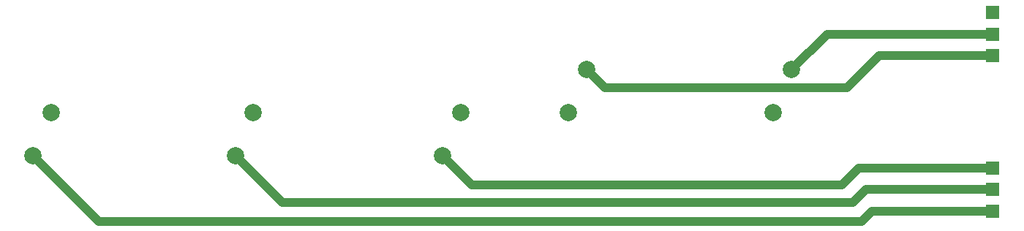
<source format=gtl>
G04 Layer: TopLayer*
G04 EasyEDA v6.5.34, 2023-08-17 23:02:58*
G04 80a5892e81db4367b3f60eb2337eeb35,8ef1d5b344d144c2b0b16805c6f0e890,10*
G04 Gerber Generator version 0.2*
G04 Scale: 100 percent, Rotated: No, Reflected: No *
G04 Dimensions in millimeters *
G04 leading zeros omitted , absolute positions ,4 integer and 5 decimal *
%FSLAX45Y45*%
%MOMM*%

%ADD10C,1.0000*%
%ADD11C,2.0000*%
%ADD12R,1.5748X1.5748*%

%LPD*%
D10*
X13750010Y-2099995D02*
G01*
X12200204Y-2099995D01*
X12001500Y-2298700D01*
X7718709Y-2298700D01*
X7380018Y-1960008D01*
X13750036Y-2599944D02*
G01*
X12347956Y-2599944D01*
X12230100Y-2717800D01*
X3397758Y-2717800D01*
X2640075Y-1959863D01*
X13750036Y-2350007D02*
G01*
X12280391Y-2350007D01*
X12128500Y-2501900D01*
X5521959Y-2501900D01*
X4979924Y-1959863D01*
X13750010Y-550011D02*
G01*
X11829968Y-550011D01*
X11419982Y-959998D01*
X13750010Y-799998D02*
G01*
X12433401Y-799998D01*
X12065000Y-1168400D01*
X9258386Y-1168400D01*
X9049981Y-959995D01*
D11*
G01*
X11210010Y-1459992D03*
G01*
X11419992Y-959993D03*
G01*
X8840012Y-1459992D03*
G01*
X9049994Y-959993D03*
G01*
X7590002Y-1460017D03*
G01*
X7380020Y-1960016D03*
G01*
X5190007Y-1459992D03*
G01*
X4980025Y-1959990D03*
G01*
X2850006Y-1459992D03*
G01*
X2640025Y-1959990D03*
D12*
G01*
X13750010Y-550011D03*
G01*
X13750010Y-799998D03*
G01*
X13750010Y-2099995D03*
G01*
X13750010Y-2350007D03*
G01*
X13750010Y-2599994D03*
G01*
X13750010Y-299999D03*
M02*

</source>
